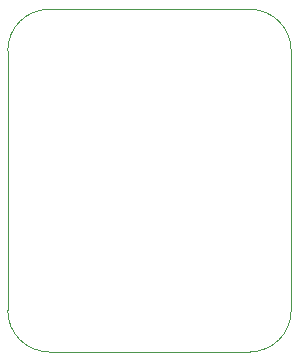
<source format=gko>
G04 #@! TF.GenerationSoftware,KiCad,Pcbnew,(6.0.2)*
G04 #@! TF.CreationDate,2022-05-11T22:03:01-05:00*
G04 #@! TF.ProjectId,Transmit US,5472616e-736d-4697-9420-55532e6b6963,rev?*
G04 #@! TF.SameCoordinates,Original*
G04 #@! TF.FileFunction,Profile,NP*
%FSLAX46Y46*%
G04 Gerber Fmt 4.6, Leading zero omitted, Abs format (unit mm)*
G04 Created by KiCad (PCBNEW (6.0.2)) date 2022-05-11 22:03:01*
%MOMM*%
%LPD*%
G01*
G04 APERTURE LIST*
G04 #@! TA.AperFunction,Profile*
%ADD10C,0.100000*%
G04 #@! TD*
G04 APERTURE END LIST*
D10*
X100000000Y-93000000D02*
G75*
G03*
X103500000Y-96500000I3499999J-1D01*
G01*
X124000000Y-71000000D02*
G75*
G03*
X120500000Y-67500000I-3499999J1D01*
G01*
X124000000Y-71000000D02*
X124000000Y-93000000D01*
X103500000Y-67500000D02*
X120500000Y-67500000D01*
X103500000Y-67500000D02*
G75*
G03*
X100000000Y-71000000I-1J-3499999D01*
G01*
X120500000Y-96500000D02*
G75*
G03*
X124000000Y-93000000I1J3499999D01*
G01*
X100000000Y-93000000D02*
X100000000Y-71000000D01*
X120500000Y-96500000D02*
X103500000Y-96500000D01*
M02*

</source>
